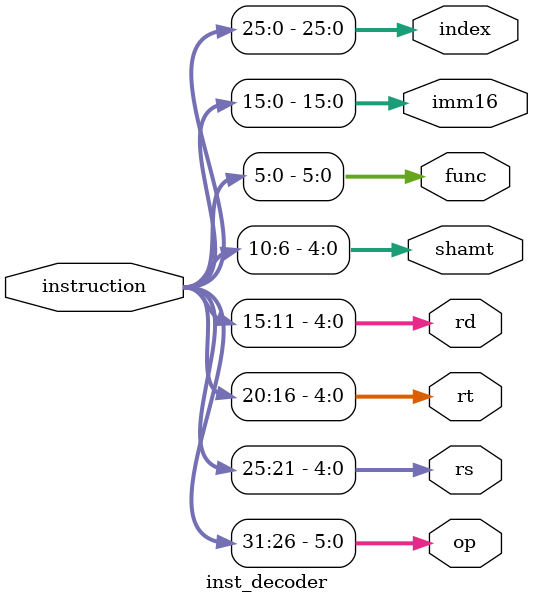
<source format=v>
`timescale 1ns / 1ps


module inst_decoder(instruction, op, rs, rt, rd, shamt, func, imm16, index);
	input [31:0]instruction;
	output [5:0]op;
	output [4:0]rs;
	output [4:0]rt;
	output [4:0]rd;
	output [4:0]shamt;
	output [5:0]func;
	output [15:0]imm16;
	output [25:0]index;

	assign op = instruction[31:26];
	assign rs = instruction[25:21];
	assign rt = instruction[20:16];
	assign rd = instruction[15:11];
	assign shamt = instruction[10:6];
	assign func = instruction[5:0];
	assign imm16 = instruction[15:0];
	assign index = instruction[25:0];
endmodule

</source>
